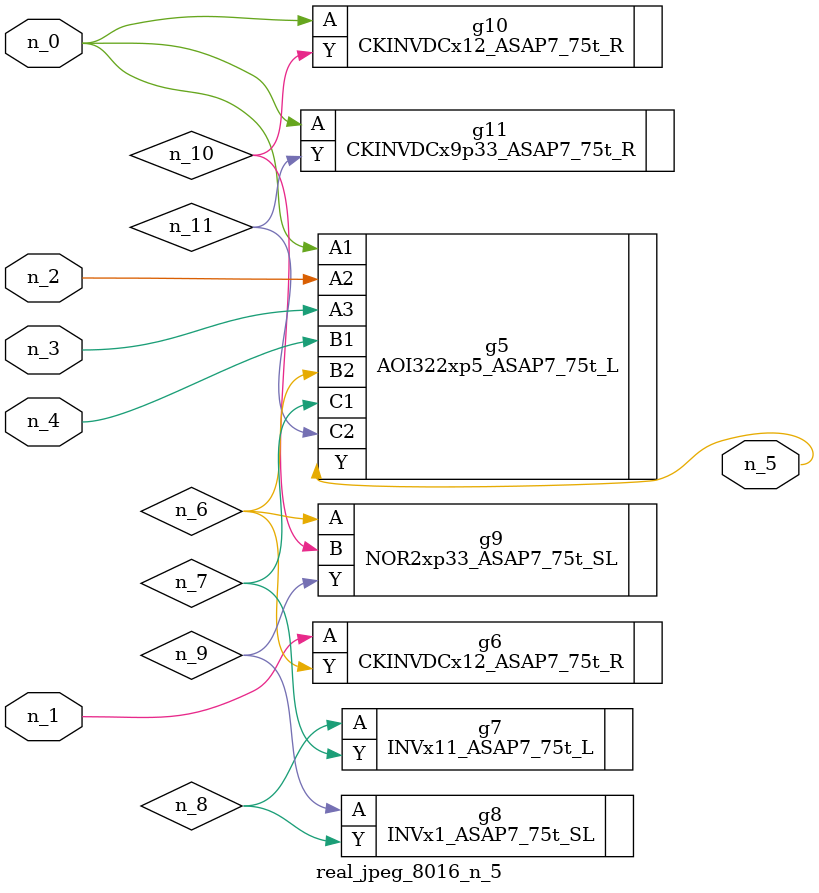
<source format=v>
module real_jpeg_8016_n_5 (n_4, n_0, n_1, n_2, n_3, n_5);

input n_4;
input n_0;
input n_1;
input n_2;
input n_3;

output n_5;

wire n_8;
wire n_11;
wire n_6;
wire n_7;
wire n_10;
wire n_9;

AOI322xp5_ASAP7_75t_L g5 ( 
.A1(n_0),
.A2(n_2),
.A3(n_3),
.B1(n_4),
.B2(n_6),
.C1(n_7),
.C2(n_11),
.Y(n_5)
);

CKINVDCx12_ASAP7_75t_R g10 ( 
.A(n_0),
.Y(n_10)
);

CKINVDCx9p33_ASAP7_75t_R g11 ( 
.A(n_0),
.Y(n_11)
);

CKINVDCx12_ASAP7_75t_R g6 ( 
.A(n_1),
.Y(n_6)
);

NOR2xp33_ASAP7_75t_SL g9 ( 
.A(n_6),
.B(n_10),
.Y(n_9)
);

INVx11_ASAP7_75t_L g7 ( 
.A(n_8),
.Y(n_7)
);

INVx1_ASAP7_75t_SL g8 ( 
.A(n_9),
.Y(n_8)
);


endmodule
</source>
